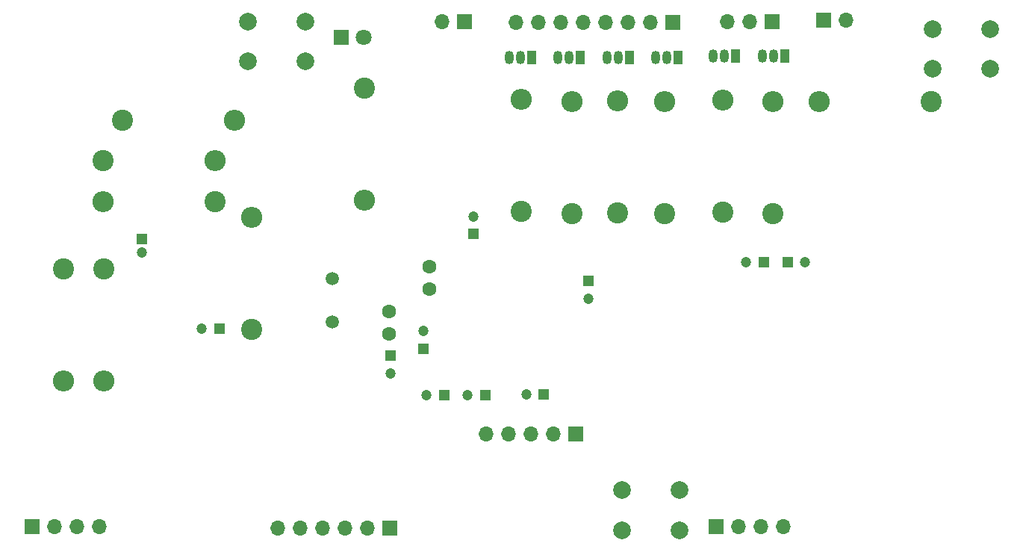
<source format=gbr>
%TF.GenerationSoftware,KiCad,Pcbnew,8.0.3*%
%TF.CreationDate,2025-10-30T11:00:03+03:00*%
%TF.ProjectId,yandex-rover,79616e64-6578-42d7-926f-7665722e6b69,rev?*%
%TF.SameCoordinates,Original*%
%TF.FileFunction,Soldermask,Bot*%
%TF.FilePolarity,Negative*%
%FSLAX46Y46*%
G04 Gerber Fmt 4.6, Leading zero omitted, Abs format (unit mm)*
G04 Created by KiCad (PCBNEW 8.0.3) date 2025-10-30 11:00:03*
%MOMM*%
%LPD*%
G01*
G04 APERTURE LIST*
%ADD10C,2.400000*%
%ADD11O,2.400000X2.400000*%
%ADD12R,1.800000X1.800000*%
%ADD13C,1.800000*%
%ADD14R,1.700000X1.700000*%
%ADD15O,1.700000X1.700000*%
%ADD16C,1.200000*%
%ADD17R,1.200000X1.200000*%
%ADD18C,2.000000*%
%ADD19R,1.050000X1.500000*%
%ADD20O,1.050000X1.500000*%
%ADD21C,1.600000*%
%ADD22C,1.500000*%
G04 APERTURE END LIST*
D10*
%TO.C,R14*%
X143200000Y-39700000D03*
D11*
X143200000Y-52400000D03*
%TD*%
D12*
%TO.C,D1*%
X140625000Y-33900000D03*
D13*
X143165000Y-33900000D03*
%TD*%
D14*
%TO.C,J9*%
X154550000Y-32125000D03*
D15*
X152010000Y-32125000D03*
%TD*%
D10*
%TO.C,R13*%
X130400000Y-67000000D03*
D11*
X130400000Y-54300000D03*
%TD*%
D14*
%TO.C,J8*%
X195260000Y-32000000D03*
D15*
X197800000Y-32000000D03*
%TD*%
D14*
%TO.C,J1*%
X183100000Y-89400000D03*
D15*
X185640000Y-89400000D03*
X188180000Y-89400000D03*
X190720000Y-89400000D03*
%TD*%
D16*
%TO.C,C6*%
X154900000Y-74500000D03*
D17*
X156900000Y-74500000D03*
%TD*%
D18*
%TO.C,SW3*%
X130050000Y-32150000D03*
X136550000Y-32150000D03*
X130050000Y-36650000D03*
X136550000Y-36650000D03*
%TD*%
D14*
%TO.C,J2*%
X105520000Y-89400000D03*
D15*
X108060000Y-89400000D03*
X110600000Y-89400000D03*
X113140000Y-89400000D03*
%TD*%
D19*
%TO.C,Q2*%
X173260000Y-36200000D03*
D20*
X171990000Y-36200000D03*
X170720000Y-36200000D03*
%TD*%
D18*
%TO.C,SW1*%
X214150000Y-37450000D03*
X207650000Y-37450000D03*
X214150000Y-32950000D03*
X207650000Y-32950000D03*
%TD*%
D19*
%TO.C,Q3*%
X167720000Y-36200000D03*
D20*
X166450000Y-36200000D03*
X165180000Y-36200000D03*
%TD*%
D10*
%TO.C,R5*%
X166720000Y-53850000D03*
D11*
X166720000Y-41150000D03*
%TD*%
D21*
%TO.C,C3*%
X150600000Y-62400000D03*
X150600000Y-59900000D03*
%TD*%
D19*
%TO.C,Q4*%
X162220000Y-36200000D03*
D20*
X160950000Y-36200000D03*
X159680000Y-36200000D03*
%TD*%
D10*
%TO.C,R11*%
X126250000Y-52500000D03*
D11*
X113550000Y-52500000D03*
%TD*%
D10*
%TO.C,R4*%
X171920000Y-53800000D03*
D11*
X171920000Y-41100000D03*
%TD*%
D17*
%TO.C,C12*%
X188500000Y-59400000D03*
D16*
X186500000Y-59400000D03*
%TD*%
D17*
%TO.C,C9*%
X155600000Y-56200000D03*
D16*
X155600000Y-54200000D03*
%TD*%
D14*
%TO.C,J3*%
X146100000Y-89500000D03*
D15*
X143560000Y-89500000D03*
X141020000Y-89500000D03*
X138480000Y-89500000D03*
X135940000Y-89500000D03*
X133400000Y-89500000D03*
%TD*%
D17*
%TO.C,C7*%
X163572600Y-74400000D03*
D16*
X161572600Y-74400000D03*
%TD*%
D19*
%TO.C,Q6*%
X185285000Y-36025000D03*
D20*
X184015000Y-36025000D03*
X182745000Y-36025000D03*
%TD*%
D10*
%TO.C,R12*%
X113550000Y-47900000D03*
D11*
X126250000Y-47900000D03*
%TD*%
D10*
%TO.C,R7*%
X189500000Y-53850000D03*
D11*
X189500000Y-41150000D03*
%TD*%
%TO.C,R2*%
X128500000Y-43300000D03*
D10*
X115800000Y-43300000D03*
%TD*%
D14*
%TO.C,J5*%
X178160000Y-32200000D03*
D15*
X175620000Y-32200000D03*
X173080000Y-32200000D03*
X170540000Y-32200000D03*
X168000000Y-32200000D03*
X165460000Y-32200000D03*
X162920000Y-32200000D03*
X160380000Y-32200000D03*
%TD*%
D19*
%TO.C,Q5*%
X190915000Y-36025000D03*
D20*
X189645000Y-36025000D03*
X188375000Y-36025000D03*
%TD*%
D10*
%TO.C,R3*%
X177260000Y-53850000D03*
D11*
X177260000Y-41150000D03*
%TD*%
D10*
%TO.C,R8*%
X183900000Y-53750000D03*
D11*
X183900000Y-41050000D03*
%TD*%
D10*
%TO.C,R10*%
X113700000Y-60150000D03*
D11*
X113700000Y-72850000D03*
%TD*%
D21*
%TO.C,C4*%
X146000000Y-65000000D03*
X146000000Y-67500000D03*
%TD*%
D17*
%TO.C,C13*%
X191200000Y-59400000D03*
D16*
X193200000Y-59400000D03*
%TD*%
D17*
%TO.C,C1*%
X146200000Y-70000000D03*
D16*
X146200000Y-72000000D03*
%TD*%
D17*
%TO.C,C11*%
X126772600Y-66900000D03*
D16*
X124772600Y-66900000D03*
%TD*%
D17*
%TO.C,C2*%
X149900000Y-69172600D03*
D16*
X149900000Y-67172600D03*
%TD*%
D22*
%TO.C,Y1*%
X139600000Y-61250000D03*
X139600000Y-66130000D03*
%TD*%
D17*
%TO.C,C5*%
X152272600Y-74500000D03*
D16*
X150272600Y-74500000D03*
%TD*%
D14*
%TO.C,J6*%
X189440000Y-32100000D03*
D15*
X186900000Y-32100000D03*
X184360000Y-32100000D03*
%TD*%
D10*
%TO.C,R1*%
X207450000Y-41200000D03*
D11*
X194750000Y-41200000D03*
%TD*%
D10*
%TO.C,R9*%
X109100000Y-60150000D03*
D11*
X109100000Y-72850000D03*
%TD*%
D10*
%TO.C,R6*%
X161020000Y-53650000D03*
D11*
X161020000Y-40950000D03*
%TD*%
D17*
%TO.C,C8*%
X168600000Y-61500000D03*
D16*
X168600000Y-63500000D03*
%TD*%
D17*
%TO.C,C10*%
X118000000Y-56777401D03*
D16*
X118000000Y-58277401D03*
%TD*%
D19*
%TO.C,Q1*%
X178760000Y-36200000D03*
D20*
X177490000Y-36200000D03*
X176220000Y-36200000D03*
%TD*%
D18*
%TO.C,SW4*%
X178950000Y-89750000D03*
X172450000Y-89750000D03*
X178950000Y-85250000D03*
X172450000Y-85250000D03*
%TD*%
D14*
%TO.C,J4*%
X167220000Y-78900000D03*
D15*
X164680000Y-78900000D03*
X162140000Y-78900000D03*
X159600000Y-78900000D03*
X157060000Y-78900000D03*
%TD*%
M02*

</source>
